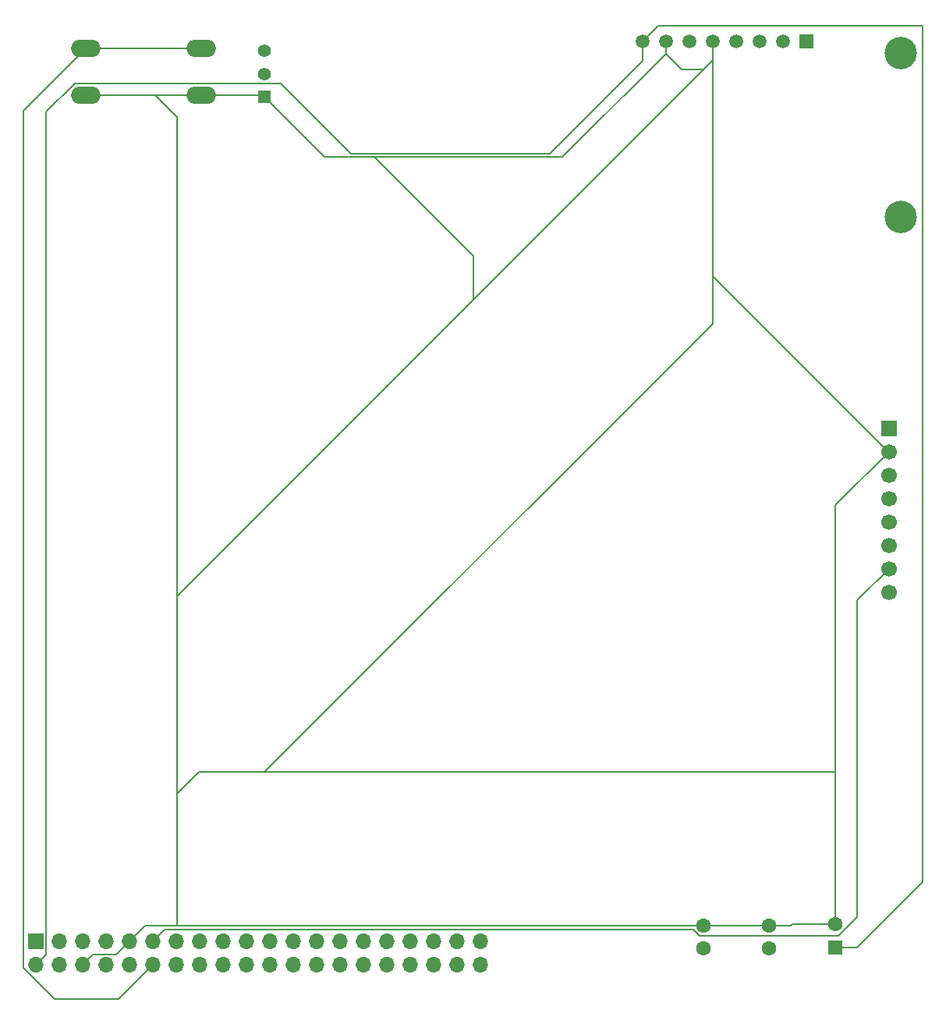
<source format=gbr>
%TF.GenerationSoftware,KiCad,Pcbnew,9.0.2*%
%TF.CreationDate,2025-07-02T04:32:50-04:00*%
%TF.ProjectId,PaperCam_Kicad,50617065-7243-4616-9d5f-4b696361642e,rev?*%
%TF.SameCoordinates,Original*%
%TF.FileFunction,Copper,L2,Bot*%
%TF.FilePolarity,Positive*%
%FSLAX46Y46*%
G04 Gerber Fmt 4.6, Leading zero omitted, Abs format (unit mm)*
G04 Created by KiCad (PCBNEW 9.0.2) date 2025-07-02 04:32:50*
%MOMM*%
%LPD*%
G01*
G04 APERTURE LIST*
G04 Aperture macros list*
%AMRoundRect*
0 Rectangle with rounded corners*
0 $1 Rounding radius*
0 $2 $3 $4 $5 $6 $7 $8 $9 X,Y pos of 4 corners*
0 Add a 4 corners polygon primitive as box body*
4,1,4,$2,$3,$4,$5,$6,$7,$8,$9,$2,$3,0*
0 Add four circle primitives for the rounded corners*
1,1,$1+$1,$2,$3*
1,1,$1+$1,$4,$5*
1,1,$1+$1,$6,$7*
1,1,$1+$1,$8,$9*
0 Add four rect primitives between the rounded corners*
20,1,$1+$1,$2,$3,$4,$5,0*
20,1,$1+$1,$4,$5,$6,$7,0*
20,1,$1+$1,$6,$7,$8,$9,0*
20,1,$1+$1,$8,$9,$2,$3,0*%
G04 Aperture macros list end*
%TA.AperFunction,ComponentPad*%
%ADD10C,1.600000*%
%TD*%
%TA.AperFunction,ComponentPad*%
%ADD11RoundRect,0.250000X0.550000X-0.550000X0.550000X0.550000X-0.550000X0.550000X-0.550000X-0.550000X0*%
%TD*%
%TA.AperFunction,ComponentPad*%
%ADD12R,1.700000X1.700000*%
%TD*%
%TA.AperFunction,ComponentPad*%
%ADD13O,1.700000X1.700000*%
%TD*%
%TA.AperFunction,ComponentPad*%
%ADD14R,1.508000X1.508000*%
%TD*%
%TA.AperFunction,ComponentPad*%
%ADD15C,1.508000*%
%TD*%
%TA.AperFunction,ComponentPad*%
%ADD16C,3.516000*%
%TD*%
%TA.AperFunction,ComponentPad*%
%ADD17R,1.408000X1.408000*%
%TD*%
%TA.AperFunction,ComponentPad*%
%ADD18C,1.408000*%
%TD*%
%TA.AperFunction,ComponentPad*%
%ADD19C,1.700000*%
%TD*%
%TA.AperFunction,ComponentPad*%
%ADD20O,3.200000X1.900000*%
%TD*%
%TA.AperFunction,Conductor*%
%ADD21C,0.200000*%
%TD*%
G04 APERTURE END LIST*
D10*
%TO.P,C1,1*%
%TO.N,+3V3*%
X83343750Y-102512500D03*
%TO.P,C1,2*%
%TO.N,GND*%
X83343750Y-100012500D03*
%TD*%
D11*
%TO.P,C3,1*%
%TO.N,+5V*%
X97631250Y-102393750D03*
D10*
%TO.P,C3,2*%
%TO.N,GND*%
X97631250Y-99893750D03*
%TD*%
%TO.P,C2,1*%
%TO.N,+3V3*%
X90487500Y-102512500D03*
%TO.P,C2,2*%
%TO.N,GND*%
X90487500Y-100012500D03*
%TD*%
D12*
%TO.P,RaspberryPiGPIO1,1,1*%
%TO.N,+3V3*%
X10863750Y-101742500D03*
D13*
%TO.P,RaspberryPiGPIO1,2,2*%
%TO.N,+5V*%
X10863750Y-104282500D03*
%TO.P,RaspberryPiGPIO1,3,3*%
%TO.N,unconnected-(RaspberryPiGPIO1-Pad3)*%
X13403750Y-101742500D03*
%TO.P,RaspberryPiGPIO1,4,4*%
%TO.N,unconnected-(RaspberryPiGPIO1-Pad4)*%
X13403750Y-104282500D03*
%TO.P,RaspberryPiGPIO1,5,5*%
%TO.N,unconnected-(RaspberryPiGPIO1-Pad5)*%
X15943750Y-101742500D03*
%TO.P,RaspberryPiGPIO1,6,6*%
%TO.N,GND*%
X15943750Y-104282500D03*
%TO.P,RaspberryPiGPIO1,7,7*%
%TO.N,unconnected-(RaspberryPiGPIO1-Pad7)*%
X18483750Y-101742500D03*
%TO.P,RaspberryPiGPIO1,8,8*%
%TO.N,unconnected-(RaspberryPiGPIO1-Pad8)*%
X18483750Y-104282500D03*
%TO.P,RaspberryPiGPIO1,9,9*%
%TO.N,GND*%
X21023750Y-101742500D03*
%TO.P,RaspberryPiGPIO1,10,10*%
%TO.N,unconnected-(RaspberryPiGPIO1-Pad10)*%
X21023750Y-104282500D03*
%TO.P,RaspberryPiGPIO1,11,11*%
%TO.N,/RST*%
X23563750Y-101742500D03*
%TO.P,RaspberryPiGPIO1,12,12*%
%TO.N,Net-(CameraButton1-Pad1)*%
X23563750Y-104282500D03*
%TO.P,RaspberryPiGPIO1,13,13*%
%TO.N,unconnected-(RaspberryPiGPIO1-Pad13)*%
X26103750Y-101742500D03*
%TO.P,RaspberryPiGPIO1,14,14*%
%TO.N,unconnected-(RaspberryPiGPIO1-Pad14)*%
X26103750Y-104282500D03*
%TO.P,RaspberryPiGPIO1,15,15*%
%TO.N,Net-(U1-LBO)*%
X28643750Y-101742500D03*
%TO.P,RaspberryPiGPIO1,16,16*%
%TO.N,/BUSY*%
X28643750Y-104282500D03*
%TO.P,RaspberryPiGPIO1,17,17*%
%TO.N,unconnected-(RaspberryPiGPIO1-Pad17)*%
X31183750Y-101742500D03*
%TO.P,RaspberryPiGPIO1,18,18*%
%TO.N,unconnected-(RaspberryPiGPIO1-Pad18)*%
X31183750Y-104282500D03*
%TO.P,RaspberryPiGPIO1,19,19*%
%TO.N,/DIN*%
X33723750Y-101742500D03*
%TO.P,RaspberryPiGPIO1,20,20*%
%TO.N,unconnected-(RaspberryPiGPIO1-Pad20)*%
X33723750Y-104282500D03*
%TO.P,RaspberryPiGPIO1,21,21*%
%TO.N,unconnected-(RaspberryPiGPIO1-Pad21)*%
X36263750Y-101742500D03*
%TO.P,RaspberryPiGPIO1,22,22*%
%TO.N,/DC*%
X36263750Y-104282500D03*
%TO.P,RaspberryPiGPIO1,23,23*%
%TO.N,/CLK*%
X38803750Y-101742500D03*
%TO.P,RaspberryPiGPIO1,24,24*%
%TO.N,/CS*%
X38803750Y-104282500D03*
%TO.P,RaspberryPiGPIO1,25,25*%
%TO.N,unconnected-(RaspberryPiGPIO1-Pad25)*%
X41343750Y-101742500D03*
%TO.P,RaspberryPiGPIO1,26,26*%
%TO.N,unconnected-(RaspberryPiGPIO1-Pad26)*%
X41343750Y-104282500D03*
%TO.P,RaspberryPiGPIO1,27,27*%
%TO.N,unconnected-(RaspberryPiGPIO1-Pad27)*%
X43883750Y-101742500D03*
%TO.P,RaspberryPiGPIO1,28,28*%
%TO.N,unconnected-(RaspberryPiGPIO1-Pad28)*%
X43883750Y-104282500D03*
%TO.P,RaspberryPiGPIO1,29,29*%
%TO.N,unconnected-(RaspberryPiGPIO1-Pad29)*%
X46423750Y-101742500D03*
%TO.P,RaspberryPiGPIO1,30,30*%
%TO.N,unconnected-(RaspberryPiGPIO1-Pad30)*%
X46423750Y-104282500D03*
%TO.P,RaspberryPiGPIO1,31,31*%
%TO.N,unconnected-(RaspberryPiGPIO1-Pad31)*%
X48963750Y-101742500D03*
%TO.P,RaspberryPiGPIO1,32,32*%
%TO.N,unconnected-(RaspberryPiGPIO1-Pad32)*%
X48963750Y-104282500D03*
%TO.P,RaspberryPiGPIO1,33,33*%
%TO.N,unconnected-(RaspberryPiGPIO1-Pad33)*%
X51503750Y-101742500D03*
%TO.P,RaspberryPiGPIO1,34,34*%
%TO.N,unconnected-(RaspberryPiGPIO1-Pad34)*%
X51503750Y-104282500D03*
%TO.P,RaspberryPiGPIO1,35,35*%
%TO.N,unconnected-(RaspberryPiGPIO1-Pad35)*%
X54043750Y-101742500D03*
%TO.P,RaspberryPiGPIO1,36,36*%
%TO.N,unconnected-(RaspberryPiGPIO1-Pad36)*%
X54043750Y-104282500D03*
%TO.P,RaspberryPiGPIO1,37,37*%
%TO.N,unconnected-(RaspberryPiGPIO1-Pad37)*%
X56583750Y-101742500D03*
%TO.P,RaspberryPiGPIO1,38,38*%
%TO.N,unconnected-(RaspberryPiGPIO1-Pad38)*%
X56583750Y-104282500D03*
%TO.P,RaspberryPiGPIO1,39,39*%
%TO.N,unconnected-(RaspberryPiGPIO1-Pad39)*%
X59123750Y-101742500D03*
%TO.P,RaspberryPiGPIO1,40,40*%
%TO.N,unconnected-(RaspberryPiGPIO1-Pad40)*%
X59123750Y-104282500D03*
%TD*%
D14*
%TO.P,U1,1,VBUS*%
%TO.N,unconnected-(U1-VBUS-Pad1)*%
X94488000Y-4127500D03*
D15*
%TO.P,U1,2,VLIPO*%
%TO.N,unconnected-(U1-VLIPO-Pad2)*%
X91948000Y-4127500D03*
%TO.P,U1,3,VBAT*%
%TO.N,unconnected-(U1-VBAT-Pad3)*%
X89408000Y-4127500D03*
%TO.P,U1,4,EN*%
%TO.N,Net-(PowerSwitch1-B)*%
X86868000Y-4127500D03*
%TO.P,U1,5,GND*%
%TO.N,GND*%
X84328000Y-4127500D03*
%TO.P,U1,6,LBO*%
%TO.N,Net-(U1-LBO)*%
X81788000Y-4127500D03*
%TO.P,U1,7,GND*%
%TO.N,GND*%
X79248000Y-4127500D03*
%TO.P,U1,8,5V*%
%TO.N,+5V*%
X76708000Y-4127500D03*
D16*
%TO.P,U1,P1*%
%TO.N,N/C*%
X104775000Y-5397500D03*
%TO.P,U1,P2*%
X104775000Y-23177500D03*
%TD*%
D17*
%TO.P,PowerSwitch1,1,A*%
%TO.N,GND*%
X35694745Y-10142305D03*
D18*
%TO.P,PowerSwitch1,2,B*%
%TO.N,Net-(PowerSwitch1-B)*%
X35694745Y-7642305D03*
%TO.P,PowerSwitch1,3,C*%
%TO.N,unconnected-(PowerSwitch1-C-Pad3)*%
X35694745Y-5142305D03*
%TD*%
D12*
%TO.P,Display1,1,Pin_1*%
%TO.N,+5V*%
X103460219Y-46071437D03*
D19*
%TO.P,Display1,2,Pin_2*%
%TO.N,GND*%
X103460219Y-48611437D03*
%TO.P,Display1,3,Pin_3*%
%TO.N,/DIN*%
X103460219Y-51151437D03*
%TO.P,Display1,4,Pin_4*%
%TO.N,/CLK*%
X103460219Y-53691437D03*
%TO.P,Display1,5,Pin_5*%
%TO.N,/CS*%
X103460219Y-56231437D03*
%TO.P,Display1,6,Pin_6*%
%TO.N,/DC*%
X103460219Y-58771437D03*
%TO.P,Display1,7,Pin_7*%
%TO.N,/RST*%
X103460219Y-61311437D03*
%TO.P,Display1,8,Pin_8*%
%TO.N,/BUSY*%
X103460219Y-63851437D03*
%TD*%
D20*
%TO.P,CameraButton1,1,1*%
%TO.N,Net-(CameraButton1-Pad1)*%
X28791828Y-4908870D03*
X16291828Y-4908870D03*
%TO.P,CameraButton1,2,2*%
%TO.N,GND*%
X28791828Y-9908870D03*
X16291828Y-9908870D03*
%TD*%
D21*
%TO.N,/RST*%
X23563750Y-101742500D02*
X24837700Y-100468550D01*
X24837700Y-100468550D02*
X82242750Y-100468550D01*
X82242750Y-100468550D02*
X82887700Y-101113500D01*
X100012500Y-64759156D02*
X103460219Y-61311437D01*
X82887700Y-101113500D02*
X97968550Y-101113500D01*
X97968550Y-101113500D02*
X100012500Y-99069550D01*
X100012500Y-99069550D02*
X100012500Y-64759156D01*
%TO.N,Net-(CameraButton1-Pad1)*%
X16291828Y-4908870D02*
X9525000Y-11675698D01*
X9525000Y-11675698D02*
X9525000Y-104571508D01*
X9525000Y-104571508D02*
X12909958Y-107956466D01*
X19889784Y-107956466D02*
X23563750Y-104282500D01*
X12909958Y-107956466D02*
X19889784Y-107956466D01*
%TO.N,GND*%
X84328000Y-29559250D02*
X84328000Y-4127500D01*
X42221190Y-16668750D02*
X35694745Y-10142305D01*
X84328000Y-4127500D02*
X84328000Y-6159500D01*
X97631250Y-83343750D02*
X97631250Y-54440406D01*
X92987500Y-99893750D02*
X97631250Y-99893750D01*
X97631250Y-99893750D02*
X97631250Y-83343750D01*
X92868750Y-100012500D02*
X92987500Y-99893750D01*
X97631250Y-54440406D02*
X103460219Y-48611437D01*
X90487500Y-100012500D02*
X92868750Y-100012500D01*
X26193750Y-64293750D02*
X26193750Y-12290120D01*
X83343750Y-7143750D02*
X80962500Y-7143750D01*
X22753750Y-100012500D02*
X26193750Y-100012500D01*
X68008500Y-16668750D02*
X47625000Y-16668750D01*
X97631250Y-83343750D02*
X35718750Y-83343750D01*
X15943750Y-104282500D02*
X17094750Y-103131500D01*
X84328000Y-34734500D02*
X84328000Y-29559250D01*
X80962500Y-7143750D02*
X79248000Y-5429250D01*
X83343750Y-100012500D02*
X90487500Y-100012500D01*
X26193750Y-85725000D02*
X26193750Y-64293750D01*
X79248000Y-5429250D02*
X79248000Y-4127500D01*
X35718750Y-83343750D02*
X84328000Y-34734500D01*
X84328000Y-6159500D02*
X83343750Y-7143750D01*
X23812500Y-9908870D02*
X28791828Y-9908870D01*
X17094750Y-103131500D02*
X19634750Y-103131500D01*
X28575000Y-83343750D02*
X26193750Y-85725000D01*
X58340625Y-27384375D02*
X58340625Y-32146875D01*
X26193750Y-100012500D02*
X26193750Y-85725000D01*
X19634750Y-103131500D02*
X21023750Y-101742500D01*
X35461310Y-9908870D02*
X35694745Y-10142305D01*
X26193750Y-12290120D02*
X23812500Y-9908870D01*
X79248000Y-5429250D02*
X68008500Y-16668750D01*
X83343750Y-7143750D02*
X58340625Y-32146875D01*
X58340625Y-32146875D02*
X26193750Y-64293750D01*
X103460219Y-48611437D02*
X103380187Y-48611437D01*
X21023750Y-101742500D02*
X22753750Y-100012500D01*
X26193750Y-100012500D02*
X83343750Y-100012500D01*
X103380187Y-48611437D02*
X84328000Y-29559250D01*
X47625000Y-16668750D02*
X58340625Y-27384375D01*
X16291828Y-9908870D02*
X23812500Y-9908870D01*
X35718750Y-83343750D02*
X28575000Y-83343750D01*
X47625000Y-16668750D02*
X42221190Y-16668750D01*
X28791828Y-9908870D02*
X35461310Y-9908870D01*
%TO.N,+5V*%
X76708000Y-4127500D02*
X78454250Y-2381250D01*
X78454250Y-2381250D02*
X107156250Y-2381250D01*
X66675000Y-16267750D02*
X76708000Y-6234750D01*
X12014750Y-103131500D02*
X12014750Y-11766767D01*
X15123647Y-8657870D02*
X37432928Y-8657870D01*
X76708000Y-6234750D02*
X76708000Y-4127500D01*
X10863750Y-104282500D02*
X12014750Y-103131500D01*
X45042808Y-16267750D02*
X66675000Y-16267750D01*
X107156250Y-95250000D02*
X100012500Y-102393750D01*
X37432928Y-8657870D02*
X45042808Y-16267750D01*
X12014750Y-11766767D02*
X15123647Y-8657870D01*
X100012500Y-102393750D02*
X97631250Y-102393750D01*
X107156250Y-2381250D02*
X107156250Y-95250000D01*
%TO.N,Net-(CameraButton1-Pad1)*%
X16291828Y-4908870D02*
X28791828Y-4908870D01*
%TD*%
M02*

</source>
